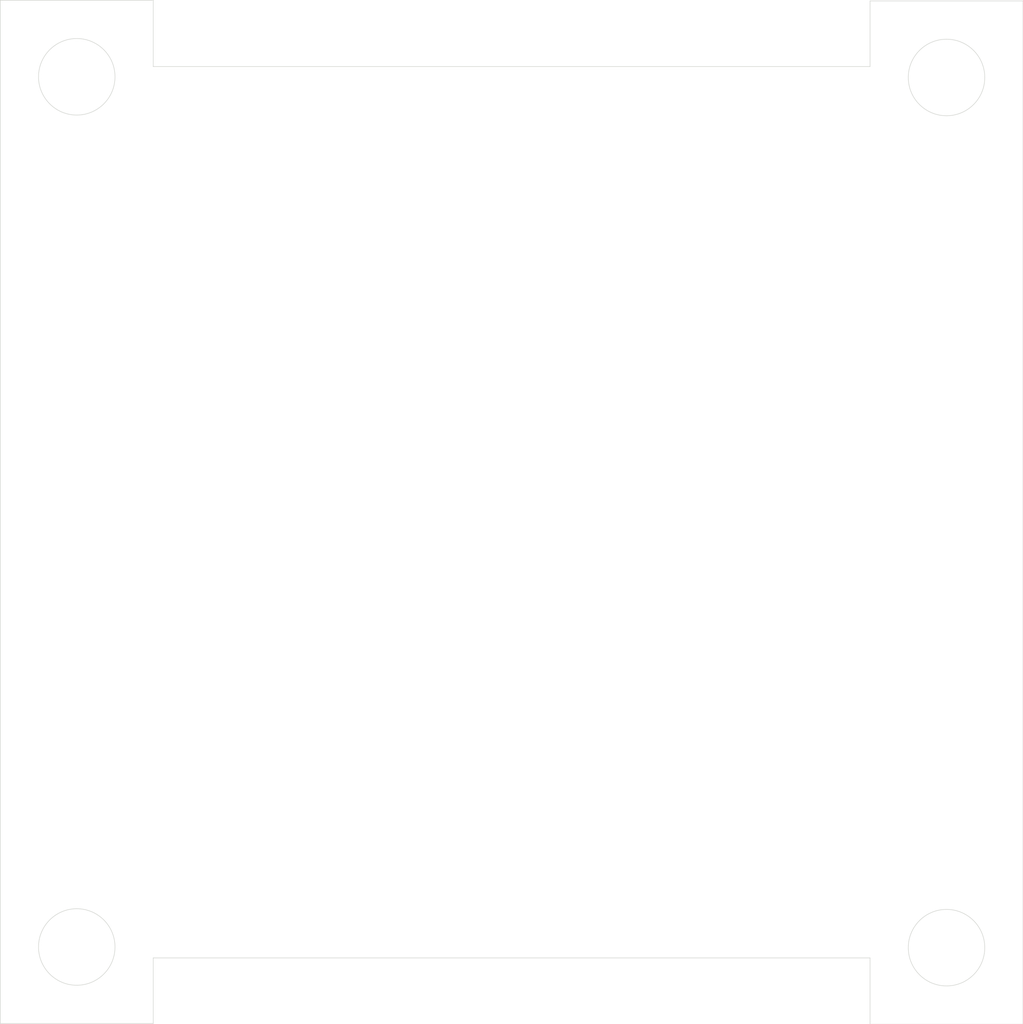
<source format=kicad_pcb>
(kicad_pcb (version 20211014) (generator pcbnew)

  (general
    (thickness 1.6)
  )

  (paper "A4")
  (layers
    (0 "F.Cu" signal)
    (31 "B.Cu" signal)
    (32 "B.Adhes" user "B.Adhesive")
    (33 "F.Adhes" user "F.Adhesive")
    (34 "B.Paste" user)
    (35 "F.Paste" user)
    (36 "B.SilkS" user "B.Silkscreen")
    (37 "F.SilkS" user "F.Silkscreen")
    (38 "B.Mask" user)
    (39 "F.Mask" user)
    (40 "Dwgs.User" user "User.Drawings")
    (41 "Cmts.User" user "User.Comments")
    (42 "Eco1.User" user "User.Eco1")
    (43 "Eco2.User" user "User.Eco2")
    (44 "Edge.Cuts" user)
    (45 "Margin" user)
    (46 "B.CrtYd" user "B.Courtyard")
    (47 "F.CrtYd" user "F.Courtyard")
    (48 "B.Fab" user)
    (49 "F.Fab" user)
    (50 "User.1" user)
    (51 "User.2" user)
    (52 "User.3" user)
    (53 "User.4" user)
    (54 "User.5" user)
    (55 "User.6" user)
    (56 "User.7" user)
    (57 "User.8" user)
    (58 "User.9" user)
  )

  (setup
    (pad_to_mask_clearance 0)
    (pcbplotparams
      (layerselection 0x00010fc_ffffffff)
      (disableapertmacros false)
      (usegerberextensions false)
      (usegerberattributes true)
      (usegerberadvancedattributes true)
      (creategerberjobfile true)
      (svguseinch false)
      (svgprecision 6)
      (excludeedgelayer true)
      (plotframeref false)
      (viasonmask false)
      (mode 1)
      (useauxorigin false)
      (hpglpennumber 1)
      (hpglpenspeed 20)
      (hpglpendiameter 15.000000)
      (dxfpolygonmode true)
      (dxfimperialunits true)
      (dxfusepcbnewfont true)
      (psnegative false)
      (psa4output false)
      (plotreference true)
      (plotvalue true)
      (plotinvisibletext false)
      (sketchpadsonfab false)
      (subtractmaskfromsilk false)
      (outputformat 1)
      (mirror false)
      (drillshape 1)
      (scaleselection 1)
      (outputdirectory "")
    )
  )

  (net 0 "")

  (gr_line (start 130.91 116.39) (end 130.91 119.39) (layer "Edge.Cuts") (width 0.0254) (tstamp 014d0ca6-c63f-4723-b4ed-e1c6003ee569))
  (gr_circle (center 127.41 76.09) (end 129.16 76.09) (layer "Edge.Cuts") (width 0.0254) (fill none) (tstamp 01ac2f42-2204-4a8d-aa68-772eb165d3bd))
  (gr_line (start 170.71 72.62125) (end 170.71 119.42125) (layer "Edge.Cuts") (width 0.0254) (tstamp 0e0f8f1d-3521-4977-8c32-5e202ef5a5c3))
  (gr_line (start 123.91 72.59) (end 130.91 72.59) (layer "Edge.Cuts") (width 0.0254) (tstamp 32795c11-4654-4f6c-bf28-c51978eb10b8))
  (gr_circle (center 167.21 115.92125) (end 168.96 115.92125) (layer "Edge.Cuts") (width 0.0254) (fill none) (tstamp 4cf84763-3a09-4e86-92c1-f10128ad7e25))
  (gr_line (start 130.91 72.59) (end 130.91 75.62125) (layer "Edge.Cuts") (width 0.0254) (tstamp 53532df4-fa71-464a-9099-641f5844ceed))
  (gr_line (start 163.71 75.62125) (end 163.71 72.62125) (layer "Edge.Cuts") (width 0.0254) (tstamp 65f525b0-79e6-488d-830d-50b6ab60d314))
  (gr_line (start 163.71 119.42125) (end 163.71 116.39) (layer "Edge.Cuts") (width 0.0254) (tstamp 70290cd9-eaeb-403f-9601-59b720dbb7e1))
  (gr_circle (center 127.41 115.89) (end 129.16 115.89) (layer "Edge.Cuts") (width 0.0254) (fill none) (tstamp 80234927-ecf9-4ba4-a5ca-be535b5f73ea))
  (gr_line (start 130.91 75.62125) (end 163.71 75.62125) (layer "Edge.Cuts") (width 0.0254) (tstamp 931e1d48-b097-49be-a79d-64877e09e008))
  (gr_line (start 123.91 119.39) (end 123.91 72.59) (layer "Edge.Cuts") (width 0.0254) (tstamp 98ac35e9-a89e-4988-a7aa-88d1c7abc1f5))
  (gr_circle (center 167.21 76.12125) (end 168.96 76.12125) (layer "Edge.Cuts") (width 0.0254) (fill none) (tstamp b528992a-6e95-47ec-9869-a3a2f84b5521))
  (gr_line (start 130.91 119.39) (end 123.91 119.39) (layer "Edge.Cuts") (width 0.0254) (tstamp cda06aeb-f77b-4fbd-b4bf-d8aecd58dc2e))
  (gr_line (start 163.71 116.39) (end 130.91 116.39) (layer "Edge.Cuts") (width 0.0254) (tstamp df11e748-1714-4626-bee5-6abe808ae43b))
  (gr_line (start 170.71 119.42125) (end 163.71 119.42125) (layer "Edge.Cuts") (width 0.0254) (tstamp e3cde1a9-705f-4089-9a5b-64963e2fe0ba))
  (gr_line (start 163.71 72.62125) (end 170.71 72.62125) (layer "Edge.Cuts") (width 0.0254) (tstamp f41d1394-9bbb-41e7-8300-f616d3130a90))

  (group "" (id 13f98b72-628b-48d3-97a2-dddbfda1d2ed)
    (members
      014d0ca6-c63f-4723-b4ed-e1c6003ee569
      01ac2f42-2204-4a8d-aa68-772eb165d3bd
      0e0f8f1d-3521-4977-8c32-5e202ef5a5c3
      32795c11-4654-4f6c-bf28-c51978eb10b8
      4cf84763-3a09-4e86-92c1-f10128ad7e25
      53532df4-fa71-464a-9099-641f5844ceed
      65f525b0-79e6-488d-830d-50b6ab60d314
      70290cd9-eaeb-403f-9601-59b720dbb7e1
      80234927-ecf9-4ba4-a5ca-be535b5f73ea
      931e1d48-b097-49be-a79d-64877e09e008
      98ac35e9-a89e-4988-a7aa-88d1c7abc1f5
      b528992a-6e95-47ec-9869-a3a2f84b5521
      cda06aeb-f77b-4fbd-b4bf-d8aecd58dc2e
      df11e748-1714-4626-bee5-6abe808ae43b
      e3cde1a9-705f-4089-9a5b-64963e2fe0ba
      f41d1394-9bbb-41e7-8300-f616d3130a90
    )
  )
)

</source>
